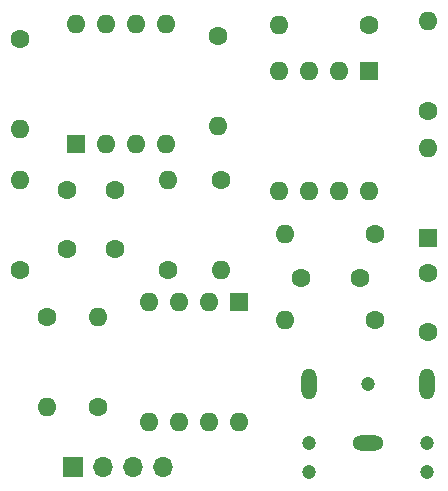
<source format=gbr>
%TF.GenerationSoftware,KiCad,Pcbnew,(6.0.6-0)*%
%TF.CreationDate,2022-08-05T14:47:47+04:00*%
%TF.ProjectId,AM Radio Receiver,414d2052-6164-4696-9f20-526563656976,rev?*%
%TF.SameCoordinates,Original*%
%TF.FileFunction,Soldermask,Bot*%
%TF.FilePolarity,Negative*%
%FSLAX46Y46*%
G04 Gerber Fmt 4.6, Leading zero omitted, Abs format (unit mm)*
G04 Created by KiCad (PCBNEW (6.0.6-0)) date 2022-08-05 14:47:47*
%MOMM*%
%LPD*%
G01*
G04 APERTURE LIST*
%ADD10C,1.600000*%
%ADD11O,1.600000X1.600000*%
%ADD12R,1.700000X1.700000*%
%ADD13O,1.700000X1.700000*%
%ADD14R,1.600000X1.600000*%
%ADD15C,1.200000*%
%ADD16O,2.616000X1.308000*%
%ADD17O,1.308000X2.616000*%
G04 APERTURE END LIST*
D10*
%TO.C,R1*%
X33500000Y-67810000D03*
D11*
X33500000Y-60190000D03*
%TD*%
D10*
%TO.C,R8*%
X63560000Y-64750000D03*
D11*
X55940000Y-64750000D03*
%TD*%
D10*
%TO.C,C2*%
X41500000Y-61000000D03*
X41500000Y-66000000D03*
%TD*%
%TO.C,C1*%
X37500000Y-61000000D03*
X37500000Y-66000000D03*
%TD*%
%TO.C,R5*%
X50500000Y-60190000D03*
D11*
X50500000Y-67810000D03*
%TD*%
D10*
%TO.C,C4*%
X68000000Y-73000000D03*
X68000000Y-68000000D03*
%TD*%
D12*
%TO.C,J1*%
X37960000Y-84500000D03*
D13*
X40500000Y-84500000D03*
X43040000Y-84500000D03*
X45580000Y-84500000D03*
%TD*%
D10*
%TO.C,R10*%
X40100000Y-79410000D03*
D11*
X40100000Y-71790000D03*
%TD*%
D14*
%TO.C,U3*%
X52000000Y-70500000D03*
D11*
X49460000Y-70500000D03*
X46920000Y-70500000D03*
X44380000Y-70500000D03*
X44380000Y-80660000D03*
X46920000Y-80660000D03*
X49460000Y-80660000D03*
X52000000Y-80660000D03*
%TD*%
D10*
%TO.C,R11*%
X35800000Y-71790000D03*
D11*
X35800000Y-79410000D03*
%TD*%
D14*
%TO.C,U1*%
X38200000Y-57100000D03*
D11*
X40740000Y-57100000D03*
X43280000Y-57100000D03*
X45820000Y-57100000D03*
X45820000Y-46940000D03*
X43280000Y-46940000D03*
X40740000Y-46940000D03*
X38200000Y-46940000D03*
%TD*%
D10*
%TO.C,R4*%
X50250000Y-47940000D03*
D11*
X50250000Y-55560000D03*
%TD*%
D14*
%TO.C,U2*%
X63050000Y-50900000D03*
D11*
X60510000Y-50900000D03*
X57970000Y-50900000D03*
X55430000Y-50900000D03*
X55430000Y-61060000D03*
X57970000Y-61060000D03*
X60510000Y-61060000D03*
X63050000Y-61060000D03*
%TD*%
D10*
%TO.C,R2*%
X46000000Y-67810000D03*
D11*
X46000000Y-60190000D03*
%TD*%
D10*
%TO.C,R3*%
X33500000Y-48190000D03*
D11*
X33500000Y-55810000D03*
%TD*%
D10*
%TO.C,R6*%
X68000000Y-54310000D03*
D11*
X68000000Y-46690000D03*
%TD*%
D14*
%TO.C,D1*%
X68000000Y-65060000D03*
D11*
X68000000Y-57440000D03*
%TD*%
D10*
%TO.C,R7*%
X63060000Y-47000000D03*
D11*
X55440000Y-47000000D03*
%TD*%
D10*
%TO.C,C3*%
X57250000Y-68450000D03*
X62250000Y-68450000D03*
%TD*%
D15*
%TO.C,J3*%
X67975000Y-82400000D03*
X67975000Y-84900000D03*
X62975000Y-77400000D03*
X57975000Y-82400000D03*
X57975000Y-84900000D03*
D16*
X62975000Y-82400000D03*
D17*
X67975000Y-77400000D03*
X57975000Y-77400000D03*
%TD*%
D10*
%TO.C,R9*%
X63560000Y-72000000D03*
D11*
X55940000Y-72000000D03*
%TD*%
M02*

</source>
